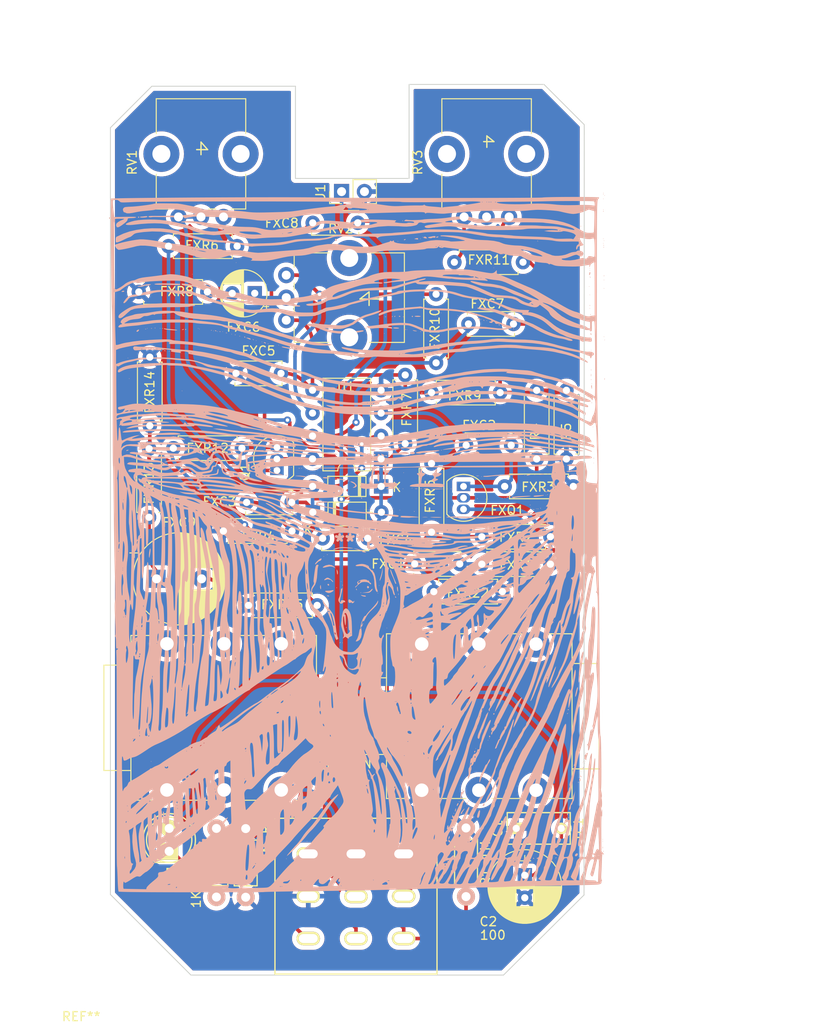
<source format=kicad_pcb>
(kicad_pcb (version 20211014) (generator pcbnew)
  (layers (0 "F.Cu" signal) (31 "B.Cu" signal) (34 "B.Paste" user) (35 "F.Paste" user) (36 "B.SilkS" user "B.Silkscreen") (37 "F.SilkS" user "F.Silkscreen") (38 "B.Mask" user) (39 "F.Mask" user) (44 "Edge.Cuts" user))
  (net 0 "")
  (net 1 "GND")
  (net 2 "+9V")
  (net 3 "Net-(D1-Pad1)")
  (net 4 "Net-(J2-Pad2)")
  (net 5 "Net-(J3-Pad2)")
  (net 6 "Net-(R3-Pad2)")
  (net 7 "Net-(SW1-Pad1)")
  (net 8 "+BATT")
  (net 9 "Net-(FXC1-Pad2)")
  (net 10 "Net-(FXC2-Pad1)")
  (net 11 "Net-(FXC2-Pad2)")
  (net 12 "Net-(FXC3-Pad1)")
  (net 13 "Net-(FXC3-Pad2)")
  (net 14 "Net-(FXC4-Pad2)")
  (net 15 "Net-(FXC5-Pad2)")
  (net 16 "Net-(FXC6-Pad1)")
  (net 17 "Net-(FXC6-Pad2)")
  (net 18 "Net-(FXC7-Pad1)")
  (net 19 "Net-(FXC7-Pad2)")
  (net 20 "Net-(FXC8-Pad1)")
  (net 21 "Net-(FXC8-Pad2)")
  (net 22 "Net-(FXC9-Pad1)")
  (net 23 "Net-(FXQ1-Pad3)")
  (net 24 "Net-(FXR6-Pad1)")
  (net 25 "Net-(FXR10-Pad2)")
  (net 26 "Net-(FXR11-Pad1)")
  (net 27 "Net-(FXR13-Pad2)")
  (net 35 "IN")
  (net 36 "OUT")
  (footprint "KiCad Lib:3PDT-Footswitch" (layer "F.Cu") (at 143.25 142.525 180)
    (fp_text reference "SW1" hide)
    (fp_text value "SW_3PDT" hide)
  )
  (footprint "Connectors:NMJ6HCD2" (layer "F.Cu") (at 122.25 130.73 90)
    (fp_text reference "J3" hide)
    (fp_text value "OUT")
  )
  (footprint "Pin_Headers:Pin_Header_Straight_1x02_Pitch2.54mm" (layer "F.Cu") (at 141.65 64.3 90)
    (fp_text reference "J1")
    (fp_text value "V+ GND" hide)
  )
  (footprint "Capacitors_THT:CP_Radial_D8.0mm_P2.50mm" (layer "F.Cu") (at 162 140.2 -90)
    (fp_text reference "C2")
    (fp_text value "100")
  )
  (footprint "LEDs:LED-5MM" (layer "F.Cu") (at 122.5 137.54 90)
    (fp_text reference "D1")
    (fp_text value "LED" hide)
  )
  (footprint "Resistors_ThroughHole:Resistor_Horizontal_RM7mm" (layer "F.Cu") (at 155.4734 142.5702 90)
    (fp_text reference "R1")
    (fp_text value "1M")
  )
  (footprint "Resistors_ThroughHole:Resistor_Horizontal_RM7mm" (layer "F.Cu") (at 131 135.02 -90)
    (fp_text reference "R2")
    (fp_text value "1M")
  )
  (footprint "Resistors_ThroughHole:Resistor_Horizontal_RM7mm" (layer "F.Cu") (at 127.75 142.62 90)
    (fp_text reference "R3")
    (fp_text value "1K")
  )
  (footprint "Capacitors_ThroughHole:C_Rect_L7_W3.5_P5" (layer "F.Cu") (at 161.05 135)
    (fp_text reference "C1")
    (fp_text value "0.1")
  )
  (footprint "Connectors:NMJ6HCD2" (layer "F.Cu") (at 163.25 114.53 -90)
    (fp_text reference "J2" hide)
    (fp_text value "IN")
  )
  (footprint "Resistor_THT:R_Axial_DIN0207_L6.3mm_D2.5mm_P7.62mm_Horizontal" (layer "F.Cu") (at 148.717 84.6582 -90)
    (fp_text reference "FXR7")
    (fp_text value "1K0")
  )
  (footprint "Resistor_THT:R_Axial_DIN0207_L6.3mm_D2.5mm_P7.62mm_Horizontal" (layer "F.Cu") (at 154.178 72.136)
    (fp_text reference "FXR11")
    (fp_text value "1K0")
  )
  (footprint "Resistor_THT:R_Axial_DIN0207_L6.3mm_D2.5mm_P7.62mm_Horizontal" (layer "F.Cu") (at 119.126 75.438)
    (fp_text reference "FXR8")
    (fp_text value "1K0")
  )
  (footprint "Capacitor_THT:C_Disc_D5.0mm_W2.5mm_P5.00mm" (layer "F.Cu") (at 149.773 105.6386)
    (fp_text reference "FXC1")
    (fp_text value "22nF")
  )
  (footprint "Capacitor_THT:C_Disc_D5.0mm_W2.5mm_P5.00mm" (layer "F.Cu") (at 155.742 78.994)
    (fp_text reference "FXC7")
    (fp_text value "1uF NP")
  )
  (footprint "Package_TO_SOT_THT:TO-92_Inline" (layer "F.Cu") (at 155.194 97.028 -90)
    (fp_text reference "FXQ1")
    (fp_text value "2SC1815")
  )
  (footprint "Capacitor_THT:C_Disc_D5.0mm_W2.5mm_P5.00mm" (layer "F.Cu") (at 138.4446 67.7672)
    (fp_text reference "FXC8")
    (fp_text value "100nF")
  )
  (footprint "Package_TO_SOT_THT:TO-92_Inline" (layer "F.Cu") (at 134.472 95.25 90)
    (fp_text reference "Q1")
    (fp_text value "2SC1815")
  )
  (footprint "Resistor_THT:R_Axial_DIN0207_L6.3mm_D2.5mm_P7.62mm_Horizontal" (layer "F.Cu") (at 120.269 100.457 90)
    (fp_text reference "FXR13")
    (fp_text value "10K")
  )
  (footprint "Resistor_THT:R_Axial_DIN0207_L6.3mm_D2.5mm_P7.62mm_Horizontal" (layer "F.Cu") (at 167.386 97.028 180)
    (fp_text reference "FXR3")
    (fp_text value "10K")
  )
  (footprint "Package_DIP:DIP-8_W7.62mm" (layer "F.Cu") (at 146.04 93.97 180)
    (fp_text reference "U1")
    (fp_text value "RC4558")
  )
  (footprint "Resistor_THT:R_Axial_DIN0207_L6.3mm_D2.5mm_P7.62mm_Horizontal" (layer "F.Cu") (at 163.322 93.98 90)
    (fp_text reference "R4")
    (fp_text value "PXR1")
  )
  (footprint "Capacitor_THT:CP_Radial_D10.0mm_P5.00mm" (layer "F.Cu") (at 121.101723 107.2896)
    (fp_text reference "FXC9")
    (fp_text value "10uF")
  )
  (footprint "Capacitor_THT:CP_Radial_D5.0mm_P2.50mm" (layer "F.Cu") (at 132.0038 75.5904 180)
    (fp_text reference "FXC6")
    (fp_text value ".22uF tant")
  )
  (footprint "Diode_THT:D_DO-35_SOD27_P7.62mm_Horizontal" (layer "F.Cu") (at 138.4554 99.8982)
    (fp_text reference "FXD1" hide)
    (fp_text value "1N914")
  )
  (footprint "Potentiometer_THT:Potentiometer_Bourns_PTV09A-1_Single_Vertical" (layer "F.Cu") (at 135.5042 78.573)
    (fp_text reference "RV2")
    (fp_text value "VRT")
  )
  (footprint "Resistor_THT:R_Axial_DIN0207_L6.3mm_D2.5mm_P7.62mm_Horizontal" (layer "F.Cu") (at 122.9614 92.7862)
    (fp_text reference "FXR12")
    (fp_text value "510K")
  )
  (footprint "Resistor_THT:R_Axial_DIN0207_L6.3mm_D2.5mm_P7.62mm_Horizontal" (layer "F.Cu") (at 157.226 102.616)
    (fp_text reference "FXR2")
    (fp_text value "510K")
  )
  (footprint "Resistor_THT:R_Axial_DIN0207_L6.3mm_D2.5mm_P7.62mm_Horizontal" (layer "F.Cu") (at 136.144 101.981 180)
    (fp_text reference "FXR4")
    (fp_text value "FXR4")
  )
  (footprint "Resistor_THT:R_Axial_DIN0207_L6.3mm_D2.5mm_P7.62mm_Horizontal" (layer "F.Cu") (at 120.3452 82.677 -90)
    (fp_text reference "FXR14")
    (fp_text value "10K")
  )
  (footprint "Resistor_THT:R_Axial_DIN0207_L6.3mm_D2.5mm_P7.62mm_Horizontal" (layer "F.Cu") (at 131.318 110.236)
    (fp_text reference "FXR15")
    (fp_text value "100R")
  )
  (footprint "Resistor_THT:R_Axial_DIN0207_L6.3mm_D2.5mm_P7.62mm_Horizontal" (layer "F.Cu") (at 159.512 108.712 180)
    (fp_text reference "FXR22")
    (fp_text value "1M")
  )
  (footprint "Potentiometer_THT:Potentiometer_Bourns_PTV09A-1_Single_Vertical" (layer "F.Cu") (at 160.2594 67.1116 90)
    (fp_text reference "RV3")
    (fp_text value "VRV")
  )
  (footprint "KiCad Lib:1590B" (layer "F.Cu") (at 112.728492 155.388485)
    (fp_text reference "REF**")
    (fp_text value "1590B")
  )
  (footprint "Capacitor_THT:C_Disc_D5.0mm_W2.5mm_P5.00mm" (layer "F.Cu") (at 160.488 92.456 180)
    (fp_text reference "FXC2")
    (fp_text value "1uF NP")
  )
  (footprint "Capacitor_THT:C_Disc_D5.0mm_W2.5mm_P5.00mm" (layer "F.Cu") (at 131.104 98.806)
    (fp_text reference "FXC3")
    (fp_text value "47nF")
  )
  (footprint "Resistor_THT:R_Axial_DIN0207_L6.3mm_D2.5mm_P7.62mm_Horizontal" (layer "F.Cu") (at 166.624 86.36 -90)
    (fp_text reference "R5")
    (fp_text value "PXR2")
  )
  (footprint "Potentiometer_THT:Potentiometer_Bourns_PTV09A-1_Single_Vertical" (layer "F.Cu") (at 128.5348 67.1116 90)
    (fp_text reference "RV1")
    (fp_text value "VRG")
  )
  (footprint "Capacitor_THT:C_Disc_D5.0mm_W2.5mm_P5.00mm" (layer "F.Cu") (at 129.921 84.4804)
    (fp_text reference "FXC5")
    (fp_text value "C")
  )
  (footprint "Capacitor_THT:C_Disc_D5.0mm_W2.5mm_P5.00mm" (layer "F.Cu") (at 139.5476 102.7938)
    (fp_text reference "FXC4")
    (fp_text value "47pF")
  )
  (footprint "Resistor_THT:R_Axial_DIN0207_L6.3mm_D2.5mm_P7.62mm_Horizontal" (layer "F.Cu") (at 157.226 105.664)
    (fp_text reference "FXR1")
    (fp_text value "1K0")
  )
  (footprint "Resistor_THT:R_Axial_DIN0207_L6.3mm_D2.5mm_P7.62mm_Horizontal" (layer "F.Cu") (at 130.048 70.358 180)
    (fp_text reference "FXR6")
    (fp_text value "51K")
  )
  (footprint "Resistor_THT:R_Axial_DIN0207_L6.3mm_D2.5mm_P7.62mm_Horizontal" (layer "F.Cu") (at 152.146 83.312 90)
    (fp_text reference "FXR10")
    (fp_text value "1K0")
  )
  (footprint "Resistor_THT:R_Axial_DIN0207_L6.3mm_D2.5mm_P7.62mm_Horizontal" (layer "F.Cu") (at 151.638 102.108 90)
    (fp_text reference "FXR5")
    (fp_text value "10K")
  )
  (footprint "Resistor_THT:R_Axial_DIN0207_L6.3mm_D2.5mm_P7.62mm_Horizontal" (layer "F.Cu") (at 159.258 86.614 180)
    (fp_text reference "FXR9")
    (fp_text value "10K")
  )
  (footprint "Diode_THT:D_DO-35_SOD27_P7.62mm_Horizontal" (layer "F.Cu") (at 146.05 97.028 180)
    (fp_text reference "FXD2" hide)
    (fp_text value "1N914")
  )
  (footprint "Grandiceps:scream" (layer "B.Cu") (at 143.3576 103.2002 180)
    (fp_text reference "G***")
    (fp_text value "LOGO" hide)
  )
  (gr_line (start 144.7038 75.438) (end 144.7038 76.9366) (layer "F.SilkS") (width 0.15))
  (gr_line (start 157.7848 58.1152) (end 157.7848 59.3852) (layer "F.SilkS") (width 0.15))
  (gr_line (start 126.7714 59.6392) (end 126.0348 58.801) (layer "F.SilkS") (width 0.15))
  (gr_line (start 145.8214 76.2254) (end 143.6878 76.2254) (layer "F.SilkS") (width 0.15))
  (gr_line (start 158.5722 58.7502) (end 157.7848 58.1152) (layer "F.SilkS") (width 0.15))
  (gr_line (start 126.0348 58.801) (end 126.0348 60.198) (layer "F.SilkS") (width 0.15))
  (gr_line (start 157.4292 58.7502) (end 158.5722 58.7502) (layer "F.SilkS") (width 0.15))
  (gr_line (start 125.5522 59.6392) (end 126.7714 59.6392) (layer "F.SilkS") (width 0.15))
  (gr_line (start 143.6878 76.2254) (end 144.7038 75.438) (layer "F.SilkS") (width 0.15))
  (gr_line (start 149.1488 52.4002) (end 164.1348 52.4002) (layer "Edge.Cuts") (width 0.1))
  (gr_line (start 136.525 62.8396) (end 149.1488 62.8396) (layer "Edge.Cuts") (width 0.1))
  (gr_line (start 115.9764 57.2008) (end 120.5738 52.6034) (layer "Edge.Cuts") (width 0.1))
  (gr_line (start 164.1348 52.4002) (end 168.6052 56.8706) (layer "Edge.Cuts") (width 0.1))
  (gr_line (start 168.6052 56.8706) (end 168.5798 142.3924) (layer "Edge.Cuts") (width 0.1))
  (gr_line (start 159.639 151.2824) (end 124.9172 151.2824) (layer "Edge.Cuts") (width 0.1))
  (gr_line (start 120.5738 52.6034) (end 136.525 52.6034) (layer "Edge.Cuts") (width 0.1))
  (gr_line (start 136.525 52.6034) (end 136.525 62.8396) (layer "Edge.Cuts") (width 0.1))
  (gr_line (start 115.9764 142.3416) (end 115.9764 57.2008) (layer "Edge.Cuts") (width 0.1))
  (gr_line (start 124.9172 151.2824) (end 115.9764 142.3416) (layer "Edge.Cuts") (width 0.1))
  (gr_line (start 149.1488 62.8396) (end 149.1488 52.4002) (layer "Edge.Cuts") (width 0.1))
  (gr_line (start 168.5798 142.3924) (end 159.639 151.2824) (layer "Edge.Cuts") (width 0.1))
  (segment (start 163 140.2) (end 165.171321 138.028679) (width 0.4) (layer "F.Cu") (net 2))
  (segment (start 162.29568 97.41932) (end 162.443321 97.271679) (width 0.4) (layer "F.Cu") (net 2))
  (segment (start 163.322 95.150359) (end 163.322 93.98) (width 0.4) (layer "F.Cu") (net 2))
  (segment (start 166.05 135.907359) (end 166.05 135) (width 0.4) (layer "F.Cu") (net 2))
  (segment (start 138.41 93.98) (end 138.42 93.97) (width 0.4) (layer "F.Cu") (net 2))
  (segment (start 141.732 98.298) (end 141.62 98.41) (width 0.4) (layer "F.Cu") (net 2))
  (segment (start 162 140.2) (end 163 140.2) (width 0.4) (layer "F.Cu") (net 2))
  (segment (start 134.472 93.98) (end 138.41 93.98) (width 0.4) (layer "F.Cu") (net 2))
  (segment (start 155.194 98.298) (end 141.732 98.298) (width 0.4) (layer "F.Cu") (net 2))
  (segment (start 141.62 98.41) (end 141.62 98.44) (width 0.4) (layer "F.Cu") (net 2))
  (segment (start 155.194 98.298) (end 160.174359 98.298) (width 0.4) (layer "F.Cu") (net 2))
  (via (at 141.62 98.44) (size 0.8) (drill 0.4) (layers "F.Cu" "B.Cu") (net 2))
  (arc (start 162.443321 97.271679) (mid 163.093639 96.298409) (end 163.322 95.150359) (width 0.4) (layer "F.Cu") (net 2))
  (arc (start 162.29568 97.41932) (mid 161.32241 98.069639) (end 160.174359 98.298) (width 0.4) (layer "F.Cu") (net 2))
  (arc (start 165.171321 138.028679) (mid 165.821639 137.055409) (end 166.05 135.907359) (width 0.4) (layer "F.Cu") (net 2))
  (segment (start 160.87868 120.77868) (end 165.171321 125.071321) (width 0.4) (layer "B.Cu") (net 2))
  (segment (start 141.6 118.6) (end 142.021321 119.021321) (width 0.4) (layer "B.Cu") (net 2))
  (segment (start 141.62 112.552081) (end 141.62 98.44) (width 0.4) (layer "B.Cu") (net 2))
  (segment (start 146.5072 72.253227) (end 146.5072 80.629373) (width 0.4) (layer "B.Cu") (net 2))
  (segment (start 141.62 87.173427) (end 141.62 93.838) (width 0.4) (layer "B.Cu") (net 2))
  (segment (start 141.6 112.572081) (end 141.62 112.552081) (width 0.4) (layer "B.Cu") (net 2))
  (segment (start 125.6 126.142641) (end 125.6 130.657359) (width 0.4) (layer "B.Cu") (net 2))
  (segment (start 142.235787 68.651987) (end 142.238414 68.654614) (width 0.4) (layer "B.Cu") (net 2))
  (segment (start 138.42 93.97) (end 141.488 93.97) (width 0.4) (layer "B.Cu") (net 2))
  (segment (start 141.65 64.3) (end 141.65 67.237773) (width 0.4) (layer "B.Cu") (net 2))
  (segment (start 145.921413 82.043587) (end 142.205786 85.759214) (width 0.4) (layer "B.Cu") (net 2))
  (segment (start 131.02132 119.47868) (end 126.478679 124.021321) (width 0.4) (layer "B.Cu") (net 2))
  (segment (start 141.488 93.97) (end 141.62 93.838) (width 0.4) (layer "B.Cu") (net 2))
  (segment (start 144.615693 69.533293) (end 145.921414 70.839014) (width 0.4) (layer "B.Cu") (net 2))
  (segment (start 124.72132 132.77868) (end 122.5 135) (width 0.4) (layer "B.Cu") (net 2))
  (segment (start 141.62 98.44) (end 141.62 93.838) (width 0.4) (layer "B.Cu") (net 2))
  (segment (start 166.05 127.192641) (end 166.05 135) (width 0.4) (layer "B.Cu") (net 2))
  (segment (start 141.6 118.6) (end 133.142641 118.6) (width 0.4) (layer "B.Cu") (net 2))
  (segment (start 141.6 118.6) (end 141.6 112.572081) (width 0.4) (layer "B.Cu") (net 2))
  (segment (start 144.142641 119.9) (end 158.757359 119.9) (width 0.4) (layer "B.Cu") (net 2))
  (segment (start 143.652627 69.2404) (end 143.908586 69.2404) (width 0.4) (layer "B.Cu") (net 2))
  (arc (start 143.652627 69.2404) (mid 142.88726 69.088159) (end 142.238414 68.654614) (width 0.4) (layer "B.Cu") (net 2))
  (arc (start 165.171321 125.071321) (mid 165.821639 126.044591) (end 166.05 127.192641) (width 0.4) (layer "B.Cu") (net 2))
  (arc (start 141.62 87.173427) (mid 141.772241 86.40806) (end 142.205786 85.759214) (width 0.4) (layer "B.Cu") (net 2))
  (arc (start 125.6 130.657359) (mid 125.371638 131.80541) (end 124.72132 132.77868) (width 0.4) (layer "B.Cu") (net 2))
  (arc (start 145.921413 82.043587) (mid 146.354959 81.39474) (end 146.5072 80.629373) (width 0.4) (layer "B.Cu") (net 2))
  (arc (start 143.908586 69.2404) (mid 144.291269 69.31652) (end 144.615693 69.533293) (width 0.4) (layer "B.Cu") (net 2))
  (arc (start 131.02132 119.47868) (mid 131.99459 118.828361) (end 133.142641 118.6) (width 0.4) (layer "B.Cu") (net 2))
  (arc (start 146.5072 72.253227) (mid 146.354959 71.48786) (end 145.921414 70.839014) (width 0.4) (layer "B.Cu") (net 2))
  (arc (start 142.235787 68.651987) (mid 141.802241 68.00314) (end 141.65 67.237773) (width 0.4) (layer "B.Cu") (net 2))
  (arc (start 142.021321 119.021321) (mid 142.994591 119.671639) (end 144.142641 119.9) (width 0.4) (layer "B.Cu") (net 2))
  (arc (start 160.87868 120.77868) (mid 159.90541 120.128361) (end 158.757359 119.9) (width 0.4) (layer "B.Cu") (net 2))
  (arc (start 125.6 126.142641) (mid 125.828361 124.994591) (end 126.478679 124.021321) (width 0.4) (layer "B.Cu") (net 2))
  (segment (start 122.5 137.5) (end 122.75 137.5) (width 0.4) (layer "F.Cu") (net 3))
  (segment (start 122.75 137.5) (end 127.75 142.5) (width 0.4) (layer "F.Cu") (net 3))
  (segment (start 148.513553 133.863553) (end 148.358679 133.708679) (width 0.4) (layer "F.Cu") (net 4))
  (segment (start 147.48 131.587359) (end 147.48 129.732641) (width 0.4) (layer "F.Cu") (net 4))
  (segment (start 150.55 124.177359) (end 150.55 114.53) (width 0.4) (layer "F.Cu") (net 4))
  (segment (start 148.35868 127.61132) (end 149.671321 126.298679) (width 0.4) (layer "F.Cu") (net 4))
  (segment (start 148.55 142.45) (end 150.621321 140.378679) (width 0.4) (layer "F.Cu") (net 4))
  (segment (start 151.5 138.257359) (end 151.5 137.062641) (width 0.4) (layer "F.Cu") (net 4))
  (segment (start 148.55 142.525) (end 148.55 142.45) (width 0.4) (layer "F.Cu") (net 4))
  (segment (start 150.62132 134.94132) (end 149.836446 134.156446) (width 0.4) (layer "F.Cu") (net 4))
  (segment (start 149.482893 134.01) (end 148.867107 134.01) (width 0.4) (layer "F.Cu") (net 4))
  (arc (start 150.621321 140.378679) (mid 151.271639 139.405409) (end 151.5 138.257359) (width 0.4) (layer "F.Cu") (net 4))
  (arc (start 149.836446 134.156446) (mid 149.674234 134.04806) (end 149.482893 134.01) (width 0.4) (layer "F.Cu") (net 4))
  (arc (start 147.48 129.732641) (mid 147.708362 128.58459) (end 148.35868 127.61132) (width 0.4) (layer "F.Cu") (net 4))
  (arc (start 148.513553 133.863553) (mid 148.675765 133.97194) (end 148.867107 134.01) (width 0.4) (layer "F.Cu") (net 4))
  (arc (start 148.358679 133.708679) (mid 147.708361 132.735409) (end 147.48 131.587359) (width 0.4) (layer "F.Cu") (net 4))
  (arc (start 150.55 124.177359) (mid 150.321639 125.325409) (end 149.671321 126.298679) (width 0.4) (layer "F.Cu") (net 4))
  (arc (start 151.5 137.062641) (mid 151.271638 135.91459) (end 150.62132 134.94132) (width 0.4) (layer "F.Cu") (net 4))
  (segment (start 140.231813 132.535613) (end 139.011986 131.315786) (width 0.4) (layer "B.Cu") (net 5))
  (segment (start 140.8176 139.608173) (end 140.8176 133.949827) (width 0.4) (layer "B.Cu") (net 5))
  (segment (start 137.597773 130.73) (end 134.95 130.73) (width 0.4) (layer "B.Cu") (net 5))
  (segment (start 143.25 142.55) (end 142.931 142.55) (width 0.4) (layer "B.Cu") (net 5))
  (segment (start 142.931 142.55) (end 141.403386 141.022386) (width 0.4) (layer "B.Cu") (net 5))
  (arc (start 137.597773 130.73) (mid 138.36314 130.882241) (end 139.011986 131.315786) (width 0.4) (layer "B.Cu") (net 5))
  (arc (start 140.231813 132.535613) (mid 140.665359 133.18446) (end 140.8176 133.949827) (width 0.4) (layer "B.Cu") (net 5))
  (arc (start 141.403386 141.022386) (mid 140.969841 140.37354) (end 140.8176 139.608173) (width 0.4) (layer "B.Cu") (net 5))
  (segment (start 137.7508 147.225) (end 137.95 147.225) (width 0.4) (layer "F.Cu") (net 6))
  (segment (start 135.2042 142.908214) (end 135.2042 144.264186) (width 0.4) (layer "F.Cu") (net 6))
  (segment (start 131.046414 140.1826) (end 132.478586 140.1826) (width 0.4) (layer "F.Cu") (net 6))
  (segment (start 128.042893 137.593293) (end 130.339307 139.889707) (width 0.4) (layer "F.Cu") (net 6))
  (segment (start 135.497093 144.971293) (end 137.7508 147.225) (width 0.4) (layer "F.Cu") (net 6))
  (segment (start 133.185693 140.475493) (end 134.911307 142.201107) (width 0.4) (layer "F.Cu") (net 6))
  (segment (start 127.75 135) (end 127.75 136.886186) (width 0.4) (layer "F.Cu") (net 6))
  (arc (start 132.478586 140.1826) (mid 132.861269 140.25872) (end 133.185693 140.475493) (width 0.4) (layer "F.Cu") (net 6))
  (arc (start 127.75 136.886186) (mid 127.82612 137.268869) (end 128.042893 137.593293) (width 0.4) (layer "F.Cu") (net 6))
  (arc (start 135.497093 144.971293) (mid 135.28032 144.64687) (end 135.2042 144.264186) (width 0.4) (layer "F.Cu") (net 6))
  (arc (start 135.2042 142.908214) (mid 135.12808 142.525531) (end 134.911307 142.201107) (width 0.4) (layer "F.Cu") (net 6))
  (arc (start 131.046414 140.1826) (mid 130.663731 140.10648) (end 130.339307 139.889707) (width 0.4) (layer "F.Cu") (net 6))
  (segment (start 143.25 137.825) (end 148.55 137.825) (width 0.4) (layer "F.Cu") (net 7))
  (segment (start 152.146 102.616) (end 151.638 102.108) (width 0.4) (layer "F.Cu") (net 8))
  (segment (start 160.13668 67.23432) (end 160.2594 67.1116) (width 0.4) (layer "F.Cu") (net 8))
  (segment (start 157.226 102.616) (end 159.285359 102.616) (width 0.4) (layer "F.Cu") (net 8))
  (segment (start 148.109359 104.394) (end 144.951914 104.394) (width 0.4) (layer "F.Cu") (net 8))
  (segment (start 161.40668 101.73732) (end 164.094321 99.049679) (width 0.4) (layer "F.Cu") (net 8))
  (segment (start 164.973 96.928359) (end 164.973 86.614) (width 0.4) (layer "F.Cu") (net 8))
  (segment (start 164.973 86.614) (end 166.37 86.614) (width 0.4) (layer "F.Cu") (net 8))
  (segment (start 157.226 102.616) (end 152.146 102.616) (width 0.4) (layer "F.Cu") (net 8))
  (segment (start 163.322 86.36) (end 166.624 86.36) (width 0.4) (layer "F.Cu") (net 8))
  (segment (start 159.258 86.614) (end 159.258 69.355641) (width 0.4) (layer "F.Cu") (net 8))
  (segment (start 143.412286 105.1052) (end 135.938841 105.1052) (width 0.4) (layer "F.Cu") (net 8))
  (segment (start 144.244807 104.686893) (end 144.119393 104.812307) (width 0.4) (layer "F.Cu") (net 8))
  (segment (start 159.258 86.614) (end 164.973 86.614) (width 0.4) (layer "F.Cu") (net 8))
  (segment (start 133.81752 104.22652) (end 130.8735 101.2825) (width 0.4) (layer "F.Cu") (net 8))
  (segment (start 151.638 102.108) (end 150.230679 103.515321) (width 0.4) (layer "F.Cu") (net 8))
  (segment (start 166.37 86.614) (end 166.624 86.36) (width 0.4) (layer "F.Cu") (net 8))
  (via (at 130.8735 101.2825) (size 0.8) (drill 0.4) (layers "F.Cu" "B.Cu") (net 8))
  (arc (start 164.094321 99.049679) (mid 164.744639 98.076409) (end 164.973 96.928359) (width 0.4) (layer "F.Cu") (net 8))
  (arc (start 159.285359 102.616) (mid 160.43341 102.387638) (end 161.40668 101.73732) (width 0.4) (layer "F.Cu") (net 8))
  (arc (start 143.412286 105.1052) (mid 143.794969 105.02908) (end 144.119393 104.812307) (width 0.4) (layer "F.Cu") (net 8))
  (arc (start 144.951914 104.394) (mid 144.569231 104.47012) (end 144.244807 104.686893) (width 0.4) (layer "F.Cu") (net 8))
  (arc (start 148.109359 104.394) (mid 149.257409 104.165639) (end 150.230679 103.515321) (width 0.4) (layer "F.Cu") (net 8))
  (arc (start 160.13668 67.23432) (mid 159.486361 68.20759) (end 159.258 69.355641) (width 0.4) (layer "F.Cu") (net 8))
  (arc (start 135.938841 105.1052) (mid 134.79079 104.876838) (end 133.81752 104.22652) (width 0.4) (layer "F.Cu") (net 8))
  (segment (start 129.54 99.949) (end 130.8735 101.2825) (width 0.4) (layer "B.Cu") (net 8))
  (segment (start 123.56068 94.98568) (end 128.524 99.949) (width 0.4) (layer "B.Cu") (net 8))
  (segment (start 128.524 99.949) (end 129.54 99.949) (width 0.4) (layer "B.Cu") (net 8))
  (arc (start 122.682 92.864359) (mid 122.910362 94.01241) (end 123.56068 94.98568) (width 0.4) (layer "B.Cu") (net 8))
  (segment (start 154.773 105.6386) (end 157.2006 105.6386) (width 0.4) (layer "B.Cu") (net 9))
  (segment (start 157.2006 105.6386) (end 157.226 105.664) (width 0.4) (layer "B.Cu") (net 9))
  (segment (start 155.194 97.028) (end 159.766 97.028) (width 0.4) (layer "B.Cu") (net 10))
  (segment (start 160.488 92.456) (end 160.488 96.306) (width 0.4) (layer "B.Cu") (net 10))
  (segment (start 160.488 96.306) (end 159.766 97.028) (width 0.4) (layer "B.Cu") (net 10))
  (segment (start 151.638 94.488) (end 152.83468 94.488) (width 0.4) (layer "B.Cu") (net 11))
  (segment (start 152.80068 89.76868) (end 155.488 92.456) (width 0.4) (layer "B.Cu") (net 11))
  (segment (start 153.89534 94.04866) (end 155.488 92.456) (width 0.4) (layer "B.Cu") (net 11))
  (segment (start 146.04 88.89) (end 150.679359 88.89) (width 0.4) (layer "B.Cu") (net 11))
  (arc (start 152.80068 89.76868) (mid 151.82741 89.118361) (end 150.679359 88.89) (width 0.4) (layer "B.Cu") (net 11))
  (arc (start 152.83468 94.488) (mid 153.408705 94.373819) (end 153.89534 94.04866) (width 0.4) (layer "B.Cu") (net 11))
  (segment (start 131.104 98.806) (end 131.726359 98.806) (width 0.4) (layer "F.Cu") (net 12))
  (segment (start 133.84768 99.68468) (end 136.144 101.981) (width 0.4) (layer "F.Cu") (net 12))
  (arc (start 131.726359 98.806) (mid 132.87441 99.034362) (end 133.84768 99.68468) (width 0.4) (layer "F.Cu") (net 12))
  (segment (start 138.43 97.028) (end 140.616359 97.028) (width 0.4) (layer "F.Cu") (net 13))
  (segment (start 137.668 98.806) (end 138.43 99.568) (width 0.4) (layer "F.Cu") (net 13))
  (segment (start 143.91132 92.30868) (end 143.891 92.329) (width 0.4) (layer "F.Cu") (net 13))
  (segment (start 136.104 98.806) (end 137.668 98.806) (width 0.4) (layer "F.Cu") (net 13))
  (segment (start 142.73768 96.14932) (end 143.891 94.996) (width 0.4) (layer "F.Cu") (net 13))
  (segment (start 146.04 91.43) (end 146.032641 91.43) (width 0.4) (layer "F.Cu") (net 13))
  (via (at 143.891 92.329) (size 0.8) (drill 0.4) (layers "F.Cu" "B.Cu") (net 13))
  (via (at 143.891 94.996) (size 0.8) (drill 0.4) (layers "F.Cu" "B.Cu") (net 13))
  (arc (start 140.616359 97.028) (mid 141.76441 96.799638) (end 142.73768 96.14932) (width 0.4) (layer "F.Cu") (net 13))
  (arc (start 143.91132 92.30868) (mid 144.88459 91.658361) (end 146.032641 91.43) (width 0.4) (layer "F.Cu") (net 13))
  (segment (start 138.43 97.028) (end 138.43 100.023359) (width 0.4) (layer "B.Cu") (net 13))
  (segment (start 122.428 86.895359) (end 122.428 70.358) (width 0.4) (layer "B.Cu") (net 13))
  (segment (start 138.43 97.028) (end 132.560641 97.028) (width 0.4) (layer "B.Cu") (net 13))
  (segment (start 130.43932 96.14932) (end 123.306679 89.016679) (width 0.4) (layer "B.Cu") (net 13))
  (segment (start 139.30868 102.14468) (end 139.526 102.362) (width 0.4) (layer "B.Cu") (net 13))
  (segment (start 143.891 92.329) (end 143.891 94.996) (width 0.4) (layer "B.Cu") (net 13))
  (arc (start 138.43 100.023359) (mid 138.658362 101.17141) (end 139.30868 102.14468) (width 0.4) (layer "B.Cu") (net 13))
  (arc (start 132.560641 97.028) (mid 131.41259 96.799638) (end 130.43932 96.14932) (width 0.4) (layer "B.Cu") (net 13))
  (arc (start 122.428 86.895359) (mid 122.656361 88.043409) (end 123.306679 89.016679) (width 0.4) (layer "B.Cu") (net 13))
  (segment (start 138.318628 92.6846) (end 140.6906 92.6846) (width 0.4) (layer "F.Cu") (net 14))
  (segment (start 142.804428 93.97) (end 146.04 93.97) (width 0.4) (layer "F.Cu") (net 14))
  (segment (start 147.0252 93.97) (end 148.717 92.2782) (width 0.4) (layer "F.Cu") (net 14))
  (segment (start 146.04 93.97) (end 147.0252 93.97) (width 0.4) (layer "F.Cu") (net 14))
  (segment (start 141.397707 92.977493) (end 142.097321 93.677107) (width 0.4) (layer "F.Cu") (net 14))
  (segment (start 135.89 89.916) (end 135.89 90.255972) (width 0.4) (layer "F.Cu") (net 14))
  (segment (start 136.182893 90.963079) (end 137.611521 92.391707) (width 0.4) (layer "F.Cu") (net 14))
  (segment (start 135.636 89.662) (end 135.89 89.916) (width 0.4) (layer "F.Cu") (net 14))
  (via (at 135.636 89.662) (size 0.8) (drill 0.4) (layers "F.Cu" "B.Cu") (net 14))
  (arc (start 135.89 90.255972) (mid 135.96612 90.638655) (end 136.182893 90.963079) (width 0.4) (layer "F.Cu") (net 14))
  (arc (start 140.6906 92.6846) (mid 141.073283 92.76072) (end 141.397707 92.977493) (width 0.4) (layer "F.Cu") (net 14))
  (arc (start 138.318628 92.6846) (mid 137.935945 92.60848) (end 137.611521 92.391707) (width 0.4) (layer "F.Cu") (net 14))
  (arc (start 142.097321 93.677107) (mid 142.421744 93.89388) (end 142.804428 93.97) (width 0.4) (layer "F.Cu") (net 14))
  (segment (start 124.4348 82.298159) (end 124.4348 69.254241) (width 0.4) (layer "B.Cu") (net 14))
  (segment (start 123.55612 67.13292) (end 123.5348 67.1116) (width 0.4) (layer "B.Cu") (net 14))
  (segment (start 135.636 89.662) (end 131.798641 89.662) (width 0.4) (layer "B.Cu") (net 14))
  (segment (start 145.16132 101.72668) (end 144.526 102.362) (width 0.4) (layer "B.Cu") (net 14))
  (segment (start 126.0348 67.1116) (end 123.5348 67.1116) (width 0.4) (layer "B.Cu") (net 14))
  (segment (start 146.04 93.97) (end 146.04 99.605359) (width 0.4) (layer "B.Cu") (net 14))
  (segment (start 129.67732 88.78332) (end 125.313479 84.419479) (width 0.4) (layer "B.Cu") (net 14))
  (arc (start 124.4348 69.254241) (mid 124.206438 68.10619) (end 123.55612 67.13292) (width 0.4) (layer "B.Cu") (net 14))
  (arc (start 131.798641 89.662) (mid 130.65059 89.433638) (end 129.67732 88.78332) (width 0.4) (layer "B.Cu") (net 14))
  (arc (start 124.4348 82.298159) (mid 124.663161 83.446209) (end 125.313479 84.419479) (width 0.4) (layer "B.Cu") (net 14))
  (arc (start 145.16132 101.72668) (mid 145.811639 100.75341) (end 146.04 99.605359) (width 0.4) (layer "B.Cu") (net 14))
  (segment (start 148.717 84.6582) (end 138.43 84.6582) (width 0.4) (layer "F.Cu") (net 15))
  (segment (start 149.059107 86.321107) (end 148.844 86.106) (width 0.4) (layer "F.Cu") (net 15))
  (segment (start 138.42 84.6482) (end 138.42 81.156641) (width 0.4) (layer "F.Cu") (net 15))
  (segment (start 136.664786 78.573) (end 135.5042 78.573) (width 0.4) (layer "F.Cu") (net 15))
  (segment (start 148.717 84.6582) (end 148.717 85.979) (width 0.4) (layer "F.Cu") (net 15))
  (segment (start 138.43 84.6582) (end 138.42 84.6482) (width 0.4) (layer "F.Cu") (net 15))
  (segment (start 151.638 86.614) (end 149.766214 86.614) (width 0.4) (layer "F.Cu") (net 15))
  (segment (start 138.42 86.35) (end 138.42 84.6482) (width 0.4) (layer "F.Cu") (net 15))
  (segment (start 137.54132 79.03532) (end 137.371893 78.865893) (width 0.4) (layer "F.Cu") (net 15))
  (segment (start 134.921 84.4804) (end 135.307759 84.4804) (width 0.4) (layer "F.Cu") (net 15))
  (segment (start 137.42908 85.35908) (end 138.42 86.35) (width 0.4) (layer "F.Cu") (net 15))
  (segment (start 148.717 85.979) (end 148.844 86.106) (width 0.4) (layer "F.Cu") (net 15))
  (arc (start 149.059107 86.321107) (mid 149.38353 86.53788) (end 149.766214 86.614) (width 0.4) (layer "F.Cu") (net 15))
  (arc (start 135.307759 84.4804) (mid 136.45581 84.708762) (end 137.42908 85.35908) (width 0.4) (layer "F.Cu") (net 15))
  (arc (start 137.54132 79.03532) (mid 138.191639 80.00859) (end 138.42 81.156641) (width 0.4) (layer "F.Cu") (net 15))
  (arc (start 136.664786 78.573) (mid 137.047469 78.64912) (end 137.371893 78.865893) (width 0.4) (layer "F.Cu") (net 15))
  (segment (start 135.5042 76.073) (end 132.4864 76.073) (width 0.4) (layer "B.Cu") (net 16))
  (segment (start 132.4864 76.073) (end 132.0038 75.5904) (width 0.4) (layer "B.Cu") (net 16))
  (segment (start 129.5038 75.5904) (end 126.8984 75.5904) (width 0.4) (layer "B.Cu") (net 17))
  (segment (start 126.746 75.438) (end 127 75.692) (width 0.4) (layer "B.Cu") (net 17))
  (segment (start 138.42 91.43) (end 140.499359 91.43) (width 0.4) (layer "F.Cu") (net 18))
  (segment (start 142.62068 90.55132) (end 143.256 89.916) (width 0.4) (layer "F.Cu") (net 18))
  (via (at 143.256 89.916) (size 0.8) (drill 0.4) (layers "F.Cu" "B.Cu") (net 18))
  (arc (start 140.499359 91.43) (mid 141.64741 91.201638) (end 142.62068 90.55132) (width 0.4) (layer "F.Cu") (net 18))
  (segment (start 152.146 83.312) (end 155.742 79.716) (width 0.4) (layer "B.Cu") (net 18))
  (segment (start 155.742 79.716) (end 155.742 78.994) (width 0.4) (layer "B.Cu") (net 18))
  (segment (start 152.146 83.312) (end 147.02692 83.312) (width 0.4) (layer "B.Cu") (net 18))
  (segment (start 145.96626 83.75134) (end 143.69534 86.02226) (width 0.4) (layer "B.Cu") (net 18))
  (segment (start 143.256 87.08292) (end 143.256 89.916) (width 0.4) (layer "B.Cu") (net 18))
  (arc (start 143.69534 86.02226) (mid 143.370181 86.508895) (end 143.256 87.08292) (width 0.4) (layer "B.Cu") (net 18))
  (arc (start 145.96626 83.75134) (mid 146.452895 83.426181) (end 147.02692 83.312) (width 0.4) (layer "B.Cu") (net 18))
  (segment (start 162.56 72.136) (end 163.029107 72.605107) (width 0.4) (layer "F.Cu") (net 19))
  (segment (start 162.145786 78.994) (end 160.742 78.994) (width 0.4) (layer "F.Cu") (net 19))
  (segment (start 163.322 73.312214) (end 163.322 77.817786) (width 0.4) (layer "F.Cu") (net 19))
  (segment (start 163.029107 78.524893) (end 162.852893 78.701107) (width 0.4) (layer "F.Cu") (net 19))
  (segment (start 161.798 72.136) (end 162.56 72.136) (width 0.4) (layer "F.Cu") (net 19))
  (arc (start 163.029107 72.605107) (mid 163.24588 72.92953) (end 163.322 73.312214) (width 0.4) (layer "F.Cu") (net 19))
  (arc (start 162.145786 78.994) (mid 162.528469 78.91788) (end 162.852893 78.701107) (width 0.4) (layer "F.Cu") (net 19))
  (arc (start 163.322 77.817786) (mid 163.24588 78.200469) (end 163.029107 78.524893) (width 0.4) (layer "F.Cu") (net 19))
  (segment (start 133.096 90.091359) (end 133.096 83.904014) (width 0.4) (layer "F.Cu") (net 20))
  (segment (start 134.472 92.71) (end 130.556 92.71) (width 0.4) (layer "F.Cu") (net 20))
  (segment (start 134.472 92.71) (end 133.974679 92.212679) (width 0.4) (layer "F.Cu") (net 20))
  (segment (start 133.388893 83.196907) (end 133.565107 83.020693) (width 0.4) (layer "F.Cu") (net 20))
  (segment (start 133.858 82.313586) (end 133.858 73.418641) (width 0.4) (layer "F.Cu") (net 20))
  (segment (start 134.73668 71.29732) (end 138.47 67.564) (width 0.4) (layer "F.Cu") (net 20))
  (arc (start 133.974679 92.212679) (mid 133.324361 91.239409) (end 133.096 90.091359) (width 0.4) (layer "F.Cu") (net 20))
  (arc (start 133.858 73.418641) (mid 134.086362 72.27059) (end 134.73668 71.29732) (width 0.4) (layer "F.Cu") (net 20))
  (arc (start 133.096 83.904014) (mid 133.17212 83.521331) (end 133.388893 83.196907) (width 0.4) (layer "F.Cu") (net 20))
  (arc (start 133.565107 83.020693) (mid 133.78188 82.69627) (end 133.858 82.313586) (width 0.4) (layer "F.Cu") (net 20))
  (segment (start 143.47 67.564) (end 146.077359 67.564) (width 0.4) (layer "F.Cu") (net 21))
  (segment (start 148.19868 66.68532) (end 149.997321 64.886679) (width 0.4) (layer "F.Cu") (net 21))
  (segment (start 152.118641 64.008) (end 156.143573 64.008) (width 0.4) (layer "F.Cu") (net 21))
  (segment (start 157.557787 64.593787) (end 157.612954 64.648954) (width 0.4) (layer "F.Cu") (net 21))
  (segment (start 157.7594 65.002507) (end 157.7594 67.1116) (width 0.4) (layer "F.Cu") (net 21))
  (arc (start 157.557787 64.593787) (mid 156.90894 64.160241) (end 156.143573 64.008) (width 0.4) (layer "F.Cu") (net 21))
  (arc (start 149.997321 64.886679) (mid 150.970591 64.236361) (end 152.118641 64.008) (width 0.4) (layer "F.Cu") (net 21))
  (arc (start 146.077359 67.564) (mid 147.22541 67.335638) (end 148.19868 66.68532) (width 0.4) (layer "F.Cu") (net 21))
  (arc (start 157.612954 64.648954) (mid 157.72134 64.811166) (end 157.7594 65.002507) (width 0.4) (layer "F.Cu") (net 21))
  (segment (start 120.269 100.457) (end 120.269 104.376036) (width 0.4) (layer "F.Cu") (net 22))
  (segment (start 121.14768 106.497357) (end 121.203323 106.553) (width 0.4) (layer "F.Cu") (net 22))
  (arc (start 120.269 104.376036) (mid 120.497362 105.524087) (end 121.14768 106.497357) (width 0.4) (layer "F.Cu") (net 22))
  (segment (start 155.194 99.568) (end 160.555359 99.568) (width 0.4) (layer "B.Cu") (net 23))
  (segment (start 164.846 105.664) (end 164.846 102.616) (width 0.4) (layer "B.Cu") (net 23))
  (segment (start 162.67668 100.44668) (end 164.846 102.616) (width 0.4) (layer "B.Cu") (net 23))
  (arc (start 160.555359 99.568) (mid 161.70341 99.796362) (end 162.67668 100.44668) (width 0.4) (layer "B.Cu") (net 23))
  (segment (start 128.5348 67.1116) (end 128.5348 67.602159) (width 0.4) (layer "B.Cu") (net 24))
  (segment (start 129.41348 69.72348) (end 130.048 70.358) (width 0.4) (layer "B.Cu") (net 24))
  (arc (start 128.5348 67.602159) (mid 128.763162 68.75021) (end 129.41348 69.72348) (width 0.4) (layer "B.Cu") (net 24))
  (segment (start 139.198 75.692) (end 152.146 75.692) (width 0.4) (layer "F.Cu") (net 25))
  (segment (start 137.371893 73.865893) (end 139.198 75.692) (width 0.4) (layer "F.Cu") (net 25))
  (segment (start 135.5042 73.573) (end 136.664786 73.573) (width 0.4) (layer "F.Cu") (net 25))
  (via (at 139.198 75.692) (size 0.8) (drill 0.4) (layers "F.Cu" "B.Cu") (net 25))
  (arc (start 136.664786 73.573) (mid 137.047469 73.64912) (end 137.371893 73.865893) (width 0.4) (layer "F.Cu") (net 25))
  (segment (start 137.35288 80.47752) (end 138.899107 78.931293) (width 0.4) (layer "B.Cu") (net 25))
  (segment (start 139.192 75.7174) (end 139.192 75.698) (width 0.4) (layer "B.Cu") (net 25))
  (segment (start 139.192 78.224186) (end 139.192 75.7174) (width 0.4) (layer "B.Cu") (net 25))
  (segment (start 136.4742 85.701559) (end 136.4742 82.598841) (width 0.4) (layer "B.Cu") (net 25))
  (segment (start 138.42 88.89) (end 137.352879 87.822879) (width 0.4) (layer "B.Cu") (net 25))
  (segment (start 139.192 75.698) (end 139.198 75.692) (width 0.4) (layer "B.Cu") (net 25))
  (arc (start 136.4742 85.701559) (mid 136.702561 86.849609) (end 137.352879 87.822879) (width 0.4) (layer "B.Cu") (net 25))
  (arc (start 138.899107 78.931293) (mid 139.11588 78.60687) (end 139.192 78.224186) (width 0.4) (layer "B.Cu") (net 25))
  (arc (start 137.35288 80.47752) (mid 136.702561 81.45079) (end 136.4742 82.598841) (width 0.4) (layer "B.Cu") (net 25))
  (segment (start 154.38072 71.93328) (end 154.178 72.136) (width 0.4) (layer "F.Cu") (net 26))
  (segment (start 155.2594 69.811959) (end 155.2594 67.1116) (width 0.4) (layer "F.Cu") (net 26))
  (arc (start 155.2594 69.811959) (mid 155.031038 70.96001) (end 154.38072 71.93328) (width 0.4) (layer "F.Cu") (net 26))
  (segment (start 120.3452 92.7608) (end 120.269 92.837) (width 0.4) (layer "F.Cu") (net 27))
  (segment (start 134.472 95.25) (end 122.654641 95.25) (width 0.4) (layer "F.Cu") (net 27))
  (segment (start 120.3452 90.297) (end 120.3452 92.7608) (width 0.4) (layer "F.Cu") (net 27))
  (segment (start 120.269 93.899893) (end 120.269 92.837) (width 0.4) (layer "F.Cu") (net 27))
  (segment (start 120.53332 94.37132) (end 120.415446 94.253446) (width 0.4) (layer "F.Cu") (net 27))
  (arc (start 122.654641 95.25) (mid 121.50659 95.021638) (end 120.53332 94.37132) (width 0.4) (layer "F.Cu") (net 27))
  (arc (start 120.269 93.899893) (mid 120.30706 94.091234) (end 120.415446 94.253446) (width 0.4) (layer "F.Cu") (net 27))
  (segment (start 145.87868 123.76132) (end 146.7 122.94) (width 0.4) (layer "F.Cu") (net 35))
  (segment (start 145.9 142.182359) (end 145.9 141.6) (width 0.4) (layer "F.Cu") (net 35))
  (segment (start 137.95 137.825) (end 139.5 137.825) (width 0.4) (layer "F.Cu") (net 35))
  (segment (start 139.8 137.525) (end 139.8 137.242641) (width 0.4) (layer "F.Cu") (net 35))
  (segment (start 140.67868 135.12132) (end 144.121321 131.678679) (width 0.4) (layer "F.Cu") (net 35))
  (segment (start 148.55 146.075) (end 146.778679 144.303679) (width 0.4) (layer "F.Cu") (net 35))
  (segment (start 146.7 122.94) (end 146.7 109.050641) (width 0.4) (layer "F.Cu") (net 35))
  (segment (start 139.5 137.825) (end 139.8 137.525) (width 0.4) (layer "F.Cu") (net 35))
  (segment (start 148.8694 105.6386) (end 149.773 105.6386) (width 0.4) (layer "F.Cu") (net 35))
  (segment (start 147.57868 106.92932) (end 148.8694 105.6386) (width 0.4) (layer "F.Cu") (net 35))
  (segment (start 145 129.557359) (end 145 125.882641) (width 0.4) (layer "F.Cu") (net 35))
  (segment (start 148.55 147.225) (end 148.55 146.075) (width 0.4) (layer "F.Cu") (net 35))
  (segment (start 148.55 147.225) (end 152.530173 147.225) (width 0.4) (layer "F.Cu") (net 35))
  (segment (start 155.4734 144.281773) (end 155.4734 142.5702) (width 0.4) (layer "F.Cu") (net 35))
  (segment (start 145.9 141.6) (end 145.278679 140.978679) (width 0.4) (layer "F.Cu") (net 35))
  (segment (start 140.5 139) (end 140.5 138.5) (width 0.4) (layer "F.Cu") (net 35))
  (segment (start 140.72132 139.22132) (end 140.5 139) (width 0.4) (layer "F.Cu") (net 35))
  (segment (start 140.5 138.5) (end 139.825 137.825) (width 0.4) (layer "F.Cu") (net 35))
  (segment (start 139.825 137.825) (end 139.5 137.825) (width 0.4) (layer "F.Cu") (net 35))
  (segment (start 143.157359 140.1) (end 142.842641 140.1) (width 0.4) (layer "F.Cu") (net 35))
  (segment (start 153.944387 146.639213) (end 154.887614 145.695986) (width 0.4) (layer "F.Cu") (net 35))
  (arc (start 152.530173 147.225) (mid 153.29554 147.072759) (end 153.944387 146.639213) (width 0.4) (layer "F.Cu") (net 35))
  (arc (start 154.887614 145.695986) (mid 155.321159 145.04714) (end 155.4734 144.281773) (width 0.4) (layer "F.Cu") (net 35))
  (arc (start 140.72132 139.22132) (mid 141.69459 139.871639) (end 142.842641 140.1) (width 0.4) (layer "F.Cu") (net 35))
  (arc (start 139.8 137.242641) (mid 140.028362 136.09459) (end 140.67868 135.12132) (width 0.4) (layer "F.Cu") (net 35))
  (arc (start 145.87868 123.76132) (mid 145.228361 124.73459) (end 145 125.882641) (width 0.4) (layer "F.Cu") (net 35))
  (arc (start 144.121321 131.678679) (mid 144.771639 130.705409) (end 145 129.557359) (width 0.4) (layer "F.Cu") (net 35))
  (arc (start 146.7 109.050641) (mid 146.928362 107.90259) (end 147.57868 106.92932) (width 0.4) (layer "F.Cu") (net 35))
  (arc (start 145.278679 140.978679) (mid 144.305409 140.328361) (end 143.157359 140.1) (width 0.4) (layer "F.Cu") (net 35))
  (arc (start 145.9 142.182359) (mid 146.128361 143.330409) (end 146.778679 144.303679) (width 0.4) (layer "F.Cu") (net 35))
  (segment (start 151.892 107.7576) (end 151.892 108.712) (width 0.4) (layer "B.Cu") (net 35))
  (segment (start 149.773 105.6386) (end 151.892 107.7576) (width 0.4) (layer "B.Cu") (net 35))
  (segment (start 137.326357 108.624357) (end 138.938 110.236) (width 0.4) (layer "F.Cu") (net 36))
  (segment (start 143.25 146.075) (end 143.25 147.225) (width 0.4) (layer "F.Cu") (net 36))
  (segment (start 131.22 135.02) (end 135.521321 139.321321) (width 0.4) (layer "F.Cu") (net 36))
  (segment (start 137.642641 140.2) (end 137.957359 140.2) (width 0.4) (layer "F.Cu") (net 36))
  (segment (start 128.638641 107.745677) (end 135.205036 107.745677) (width 0.4) (layer "F.Cu") (net 36))
  (segment (start 140.6 141.6) (end 140.6 142.182359) (width 0.4) (layer "F.Cu") (net 36))
  (segment (start 137.85868 134.14132) (end 138.059321 133.940679) (width 0.4) (layer "F.Cu") (net 36))
  (segment (start 140.07868 141.07868) (end 140.6 141.6) (width 0.4) (layer "F.Cu") (net 36))
  (segment (start 141.47868 144.30368) (end 143.25 146.075) (width 0.4) (layer "F.Cu") (net 36))
  (segment (start 138.938 110.236) (end 138.938 131.819359) (width 0.4) (layer "F.Cu") (net 36))
  (segment (start 131 135.02) (end 135.737359 135.02) (width 0.4) (layer "F.Cu") (net 36))
  (arc (start 137.326357 108.624357) (mid 136.353087 107.974038) (end 135.205036 107.745677) (width 0.4) (layer "F.Cu") (net 36))
  (arc (start 137.85868 134.14132) (mid 136.88541 134.791639) (end 135.737359 135.02) (width 0.4) (layer "F.Cu") (net 36))
  (arc (start 140.6 142.182359) (mid 140.828362 143.33041) (end 141.47868 144.30368) (width 0.4) (layer "F.Cu") (net 36))
  (arc (start 135.521321 139.321321) (mid 136.494591 139.971639) (end 137.642641 140.2) (width 0.4) (layer "F.Cu") (net 36))
  (arc (start 138.059321 133.940679) (mid 138.709639 132.967409) (end 138.938 131.819359) (width 0.4) (layer "F.Cu") (net 36))
  (arc (start 126.51732 106.866997) (mid 127.49059 107.517316) (end 128.638641 107.745677) (width 0.4) (layer "F.Cu") (net 36))
  (arc (start 137.957359 140.2) (mid 139.10541 140.428362) (end 140.07868 141.07868) (width 0.4) (layer "F.Cu") (net 36))
  (zone (net 1) (net_name "GND") (layer "F.Cu") (connect_pads (clearance 0.508)) (min_thickness 0.254) (fill yes (thermal_gap 0.508) (thermal_bridge_width 0.508))
    (polygon (pts (xy 103.709 152.5) (xy 195.126 152.5) (xy 195.126 44.5) (xy 103.709 44.5)))
  )
  (zone (net 1) (net_name "GND") (layer "B.Cu") (connect_pads (clearance 0.508)) (min_thickness 0.254) (fill yes (thermal_gap 0.508) (thermal_bridge_width 0.508))
    (polygon (pts (xy 105.233 152.5) (xy 192.205 152.5) (xy 192.205 44.5) (xy 105.233 44.5)))
  )
)
</source>
